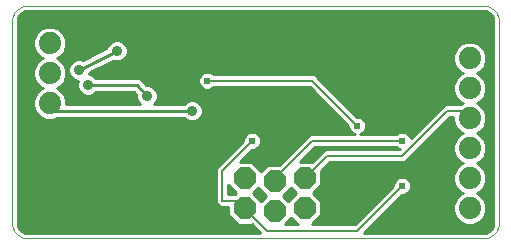
<source format=gbl>
G75*
G70*
%OFA0B0*%
%FSLAX24Y24*%
%IPPOS*%
%LPD*%
%AMOC8*
5,1,8,0,0,1.08239X$1,22.5*
%
%ADD10C,0.0000*%
%ADD11OC8,0.0740*%
%ADD12C,0.0740*%
%ADD13C,0.0356*%
%ADD14C,0.0100*%
%ADD15C,0.0060*%
%ADD16C,0.0360*%
%ADD17C,0.0240*%
D10*
X000800Y000550D02*
X016020Y000550D01*
X016064Y000552D01*
X016107Y000558D01*
X016149Y000567D01*
X016191Y000580D01*
X016231Y000597D01*
X016270Y000617D01*
X016307Y000640D01*
X016341Y000667D01*
X016374Y000696D01*
X016403Y000729D01*
X016430Y000763D01*
X016453Y000800D01*
X016473Y000839D01*
X016490Y000879D01*
X016503Y000921D01*
X016512Y000963D01*
X016518Y001006D01*
X016520Y001050D01*
X016520Y007796D01*
X016518Y007840D01*
X016512Y007883D01*
X016503Y007925D01*
X016490Y007967D01*
X016473Y008007D01*
X016453Y008046D01*
X016430Y008083D01*
X016403Y008117D01*
X016374Y008150D01*
X016341Y008179D01*
X016307Y008206D01*
X016270Y008229D01*
X016231Y008249D01*
X016191Y008266D01*
X016149Y008279D01*
X016107Y008288D01*
X016064Y008294D01*
X016020Y008296D01*
X000800Y008296D01*
X000756Y008294D01*
X000713Y008288D01*
X000671Y008279D01*
X000629Y008266D01*
X000589Y008249D01*
X000550Y008229D01*
X000513Y008206D01*
X000479Y008179D01*
X000446Y008150D01*
X000417Y008117D01*
X000390Y008083D01*
X000367Y008046D01*
X000347Y008007D01*
X000330Y007967D01*
X000317Y007925D01*
X000308Y007883D01*
X000302Y007840D01*
X000300Y007796D01*
X000300Y001050D01*
X000302Y001006D01*
X000308Y000963D01*
X000317Y000921D01*
X000330Y000879D01*
X000347Y000839D01*
X000367Y000800D01*
X000390Y000763D01*
X000417Y000729D01*
X000446Y000696D01*
X000479Y000667D01*
X000513Y000640D01*
X000550Y000617D01*
X000589Y000597D01*
X000629Y000580D01*
X000671Y000567D01*
X000713Y000558D01*
X000756Y000552D01*
X000800Y000550D01*
D11*
X008050Y001550D03*
X009050Y001450D03*
X010050Y001550D03*
X009050Y002450D03*
X008050Y002550D03*
X010050Y002550D03*
D12*
X015550Y002550D03*
X015550Y001550D03*
X015550Y003550D03*
X015550Y004550D03*
X015550Y005550D03*
X015550Y006550D03*
X001550Y006050D03*
X001550Y005050D03*
X001550Y007050D03*
D13*
X002825Y005650D03*
X004800Y005300D03*
D14*
X004450Y005650D01*
X003950Y005650D01*
X002825Y005650D01*
X002495Y005790D02*
X002467Y005721D01*
X002467Y005579D01*
X002521Y005447D01*
X002622Y005346D01*
X002754Y005292D01*
X002896Y005292D01*
X003028Y005346D01*
X003101Y005420D01*
X004355Y005420D01*
X004442Y005333D01*
X004442Y005229D01*
X004496Y005097D01*
X004564Y005030D01*
X002100Y005030D01*
X002100Y005159D01*
X002016Y005362D01*
X001862Y005516D01*
X001780Y005550D01*
X001862Y005584D01*
X002016Y005738D01*
X002100Y005941D01*
X002100Y006159D01*
X002016Y006362D01*
X001862Y006516D01*
X001780Y006550D01*
X001862Y006584D01*
X002016Y006738D01*
X002100Y006941D01*
X002100Y007159D01*
X002016Y007362D01*
X001862Y007516D01*
X001659Y007600D01*
X001441Y007600D01*
X001238Y007516D01*
X001084Y007362D01*
X001000Y007159D01*
X001000Y006941D01*
X001084Y006738D01*
X001238Y006584D01*
X001320Y006550D01*
X001238Y006516D01*
X001084Y006362D01*
X001000Y006159D01*
X001000Y005941D01*
X001084Y005738D01*
X001238Y005584D01*
X001320Y005550D01*
X001238Y005516D01*
X001084Y005362D01*
X001000Y005159D01*
X001000Y004941D01*
X001084Y004738D01*
X001238Y004584D01*
X001441Y004500D01*
X001659Y004500D01*
X001828Y004570D01*
X006021Y004570D01*
X006096Y004495D01*
X006228Y004440D01*
X006372Y004440D01*
X006504Y004495D01*
X006605Y004596D01*
X006660Y004728D01*
X006660Y004872D01*
X006605Y005004D01*
X006504Y005105D01*
X006372Y005160D01*
X006228Y005160D01*
X006096Y005105D01*
X006021Y005030D01*
X005036Y005030D01*
X005104Y005097D01*
X005158Y005229D01*
X005158Y005371D01*
X005104Y005503D01*
X005003Y005604D01*
X004871Y005658D01*
X004767Y005658D01*
X004545Y005880D01*
X003101Y005880D01*
X003028Y005954D01*
X002896Y006008D01*
X002856Y006008D01*
X002883Y006075D01*
X003658Y006469D01*
X003728Y006440D01*
X003872Y006440D01*
X004004Y006495D01*
X004105Y006596D01*
X004160Y006728D01*
X004160Y006872D01*
X004105Y007004D01*
X004004Y007105D01*
X003872Y007160D01*
X003728Y007160D01*
X003596Y007105D01*
X003495Y007004D01*
X003442Y006875D01*
X002667Y006481D01*
X002597Y006510D01*
X002453Y006510D01*
X002321Y006455D01*
X002220Y006354D01*
X002165Y006222D01*
X002165Y006078D01*
X002220Y005946D01*
X002321Y005845D01*
X002453Y005790D01*
X002495Y005790D01*
X002468Y005725D02*
X002003Y005725D01*
X001904Y005627D02*
X002467Y005627D01*
X002488Y005528D02*
X001833Y005528D01*
X001948Y005430D02*
X002539Y005430D01*
X002659Y005331D02*
X002029Y005331D01*
X002070Y005233D02*
X004442Y005233D01*
X004442Y005331D02*
X002991Y005331D01*
X002100Y005134D02*
X004481Y005134D01*
X004558Y005036D02*
X002100Y005036D01*
X001800Y004800D02*
X001550Y005050D01*
X001800Y004800D02*
X006300Y004800D01*
X006633Y004937D02*
X010866Y004937D01*
X010965Y004839D02*
X006660Y004839D01*
X006660Y004740D02*
X011063Y004740D01*
X011162Y004642D02*
X006624Y004642D01*
X006552Y004543D02*
X011260Y004543D01*
X011359Y004445D02*
X006382Y004445D01*
X006218Y004445D02*
X000480Y004445D01*
X000480Y004543D02*
X001337Y004543D01*
X001181Y004642D02*
X000480Y004642D01*
X000480Y004740D02*
X001083Y004740D01*
X001042Y004839D02*
X000480Y004839D01*
X000480Y004937D02*
X001001Y004937D01*
X001000Y005036D02*
X000480Y005036D01*
X000480Y005134D02*
X001000Y005134D01*
X001030Y005233D02*
X000480Y005233D01*
X000480Y005331D02*
X001071Y005331D01*
X001152Y005430D02*
X000480Y005430D01*
X000480Y005528D02*
X001267Y005528D01*
X001196Y005627D02*
X000480Y005627D01*
X000480Y005725D02*
X001097Y005725D01*
X001048Y005824D02*
X000480Y005824D01*
X000480Y005922D02*
X001008Y005922D01*
X001000Y006021D02*
X000480Y006021D01*
X000480Y006119D02*
X001000Y006119D01*
X001024Y006218D02*
X000480Y006218D01*
X000480Y006316D02*
X001065Y006316D01*
X001137Y006415D02*
X000480Y006415D01*
X000480Y006513D02*
X001235Y006513D01*
X001211Y006612D02*
X000480Y006612D01*
X000480Y006710D02*
X001112Y006710D01*
X001055Y006809D02*
X000480Y006809D01*
X000480Y006907D02*
X001014Y006907D01*
X001000Y007006D02*
X000480Y007006D01*
X000480Y007104D02*
X001000Y007104D01*
X001018Y007203D02*
X000480Y007203D01*
X000480Y007301D02*
X001059Y007301D01*
X001122Y007400D02*
X000480Y007400D01*
X000480Y007498D02*
X001220Y007498D01*
X001432Y007597D02*
X000480Y007597D01*
X000480Y007695D02*
X016340Y007695D01*
X016340Y007597D02*
X001668Y007597D01*
X001880Y007498D02*
X016340Y007498D01*
X016340Y007400D02*
X001978Y007400D01*
X002041Y007301D02*
X016340Y007301D01*
X016340Y007203D02*
X002082Y007203D01*
X002100Y007104D02*
X003595Y007104D01*
X003496Y007006D02*
X002100Y007006D01*
X002086Y006907D02*
X003455Y006907D01*
X003310Y006809D02*
X002045Y006809D01*
X001988Y006710D02*
X003117Y006710D01*
X002924Y006612D02*
X001889Y006612D01*
X001865Y006513D02*
X002731Y006513D01*
X002280Y006415D02*
X001963Y006415D01*
X002035Y006316D02*
X002204Y006316D01*
X002165Y006218D02*
X002076Y006218D01*
X002100Y006119D02*
X002165Y006119D01*
X002189Y006021D02*
X002100Y006021D01*
X002092Y005922D02*
X002244Y005922D01*
X002372Y005824D02*
X002051Y005824D01*
X002525Y006150D02*
X003800Y006800D01*
X004160Y006809D02*
X015062Y006809D01*
X015084Y006862D02*
X015000Y006659D01*
X015000Y006441D01*
X015084Y006238D01*
X015238Y006084D01*
X015320Y006050D01*
X015238Y006016D01*
X015084Y005862D01*
X015000Y005659D01*
X015000Y005441D01*
X015084Y005238D01*
X015238Y005084D01*
X015320Y005050D01*
X015238Y005016D01*
X015232Y005010D01*
X014713Y005010D01*
X014590Y004887D01*
X013589Y003886D01*
X013554Y003970D01*
X013470Y004054D01*
X013360Y004100D01*
X013240Y004100D01*
X013130Y004054D01*
X013086Y004010D01*
X011884Y004010D01*
X011970Y004046D01*
X012054Y004130D01*
X012100Y004240D01*
X012100Y004360D01*
X012054Y004470D01*
X011970Y004554D01*
X011860Y004600D01*
X011797Y004600D01*
X010510Y005887D01*
X010387Y006010D01*
X007014Y006010D01*
X006970Y006054D01*
X006860Y006100D01*
X006740Y006100D01*
X006630Y006054D01*
X006546Y005970D01*
X006500Y005860D01*
X006500Y005740D01*
X006546Y005630D01*
X006630Y005546D01*
X006740Y005500D01*
X006860Y005500D01*
X006970Y005546D01*
X007014Y005590D01*
X010213Y005590D01*
X011500Y004303D01*
X011500Y004240D01*
X011546Y004130D01*
X011630Y004046D01*
X011716Y004010D01*
X010213Y004010D01*
X009203Y003000D01*
X008822Y003000D01*
X008600Y002778D01*
X008278Y003100D01*
X007897Y003100D01*
X008297Y003500D01*
X008360Y003500D01*
X008470Y003546D01*
X008554Y003630D01*
X008600Y003740D01*
X008600Y003860D01*
X008554Y003970D01*
X008470Y004054D01*
X008360Y004100D01*
X008240Y004100D01*
X008130Y004054D01*
X008046Y003970D01*
X008000Y003860D01*
X008000Y003797D01*
X007090Y002887D01*
X007090Y001713D01*
X007213Y001590D01*
X007500Y001590D01*
X007500Y001322D01*
X007822Y001000D01*
X008278Y001000D01*
X008290Y001013D01*
X008573Y000730D01*
X000800Y000730D01*
X000738Y000736D01*
X000622Y000784D01*
X000534Y000872D01*
X000486Y000988D01*
X000480Y001050D01*
X000480Y007796D01*
X000486Y007858D01*
X000534Y007974D01*
X000622Y008062D01*
X000738Y008110D01*
X000800Y008116D01*
X016020Y008116D01*
X016083Y008110D01*
X016198Y008062D01*
X016286Y007974D01*
X016334Y007858D01*
X016340Y007796D01*
X016340Y001050D01*
X016334Y000988D01*
X016286Y000872D01*
X016198Y000784D01*
X016083Y000736D01*
X016020Y000730D01*
X012027Y000730D01*
X013297Y002000D01*
X013360Y002000D01*
X013470Y002046D01*
X013554Y002130D01*
X013600Y002240D01*
X013600Y002360D01*
X013554Y002470D01*
X013470Y002554D01*
X013360Y002600D01*
X013240Y002600D01*
X013130Y002554D01*
X013046Y002470D01*
X013000Y002360D01*
X013000Y002297D01*
X011713Y001010D01*
X010288Y001010D01*
X010600Y001322D01*
X010600Y001778D01*
X010328Y002050D01*
X010600Y002322D01*
X010600Y002778D01*
X010587Y002790D01*
X010887Y003090D01*
X013387Y003090D01*
X014887Y004590D01*
X015000Y004590D01*
X015000Y004441D01*
X015084Y004238D01*
X015238Y004084D01*
X015320Y004050D01*
X015238Y004016D01*
X015084Y003862D01*
X015000Y003659D01*
X015000Y003441D01*
X015084Y003238D01*
X015238Y003084D01*
X015320Y003050D01*
X015238Y003016D01*
X015084Y002862D01*
X015000Y002659D01*
X015000Y002441D01*
X015084Y002238D01*
X015238Y002084D01*
X015320Y002050D01*
X015238Y002016D01*
X015084Y001862D01*
X015000Y001659D01*
X015000Y001441D01*
X015084Y001238D01*
X015238Y001084D01*
X015441Y001000D01*
X015659Y001000D01*
X015862Y001084D01*
X016016Y001238D01*
X016100Y001441D01*
X016100Y001659D01*
X016016Y001862D01*
X015862Y002016D01*
X015780Y002050D01*
X015862Y002084D01*
X016016Y002238D01*
X016100Y002441D01*
X016100Y002659D01*
X016016Y002862D01*
X015862Y003016D01*
X015780Y003050D01*
X015862Y003084D01*
X016016Y003238D01*
X016100Y003441D01*
X016100Y003659D01*
X016016Y003862D01*
X015862Y004016D01*
X015780Y004050D01*
X015862Y004084D01*
X016016Y004238D01*
X016100Y004441D01*
X016100Y004659D01*
X016016Y004862D01*
X015862Y005016D01*
X015780Y005050D01*
X015862Y005084D01*
X016016Y005238D01*
X016100Y005441D01*
X016100Y005659D01*
X016016Y005862D01*
X015862Y006016D01*
X015780Y006050D01*
X015862Y006084D01*
X016016Y006238D01*
X016100Y006441D01*
X016100Y006659D01*
X016016Y006862D01*
X015862Y007016D01*
X015659Y007100D01*
X015441Y007100D01*
X015238Y007016D01*
X015084Y006862D01*
X015129Y006907D02*
X004145Y006907D01*
X004104Y007006D02*
X015228Y007006D01*
X015872Y007006D02*
X016340Y007006D01*
X016340Y007104D02*
X004005Y007104D01*
X004152Y006710D02*
X015021Y006710D01*
X015000Y006612D02*
X004112Y006612D01*
X004022Y006513D02*
X015000Y006513D01*
X015011Y006415D02*
X003550Y006415D01*
X003357Y006316D02*
X015052Y006316D01*
X015105Y006218D02*
X003164Y006218D01*
X002971Y006119D02*
X015203Y006119D01*
X015249Y006021D02*
X007004Y006021D01*
X006596Y006021D02*
X002861Y006021D01*
X003059Y005922D02*
X006526Y005922D01*
X006500Y005824D02*
X004602Y005824D01*
X004700Y005725D02*
X006506Y005725D01*
X006549Y005627D02*
X004948Y005627D01*
X005078Y005528D02*
X006673Y005528D01*
X006927Y005528D02*
X010275Y005528D01*
X010374Y005430D02*
X005134Y005430D01*
X005158Y005331D02*
X010472Y005331D01*
X010571Y005233D02*
X005158Y005233D01*
X005119Y005134D02*
X006166Y005134D01*
X006026Y005036D02*
X005042Y005036D01*
X006048Y004543D02*
X001763Y004543D01*
X000480Y004346D02*
X011457Y004346D01*
X011500Y004248D02*
X000480Y004248D01*
X000480Y004149D02*
X011538Y004149D01*
X011625Y004051D02*
X008474Y004051D01*
X008562Y003952D02*
X010155Y003952D01*
X010057Y003854D02*
X008600Y003854D01*
X008600Y003755D02*
X009958Y003755D01*
X009860Y003657D02*
X008565Y003657D01*
X008482Y003558D02*
X009761Y003558D01*
X009663Y003460D02*
X008256Y003460D01*
X008158Y003361D02*
X009564Y003361D01*
X009466Y003263D02*
X008059Y003263D01*
X007961Y003164D02*
X009367Y003164D01*
X009269Y003066D02*
X008312Y003066D01*
X008411Y002967D02*
X008789Y002967D01*
X008691Y002869D02*
X008509Y002869D01*
X008600Y002778D02*
X008600Y002778D01*
X007772Y002050D02*
X007510Y002312D01*
X007510Y002010D01*
X007732Y002010D01*
X007772Y002050D01*
X007742Y002081D02*
X007510Y002081D01*
X007510Y002179D02*
X007643Y002179D01*
X007545Y002278D02*
X007510Y002278D01*
X007090Y002278D02*
X000480Y002278D01*
X000480Y002376D02*
X007090Y002376D01*
X007090Y002475D02*
X000480Y002475D01*
X000480Y002573D02*
X007090Y002573D01*
X007090Y002672D02*
X000480Y002672D01*
X000480Y002770D02*
X007090Y002770D01*
X007090Y002869D02*
X000480Y002869D01*
X000480Y002967D02*
X007170Y002967D01*
X007269Y003066D02*
X000480Y003066D01*
X000480Y003164D02*
X007367Y003164D01*
X007466Y003263D02*
X000480Y003263D01*
X000480Y003361D02*
X007564Y003361D01*
X007663Y003460D02*
X000480Y003460D01*
X000480Y003558D02*
X007761Y003558D01*
X007860Y003657D02*
X000480Y003657D01*
X000480Y003755D02*
X007958Y003755D01*
X008000Y003854D02*
X000480Y003854D01*
X000480Y003952D02*
X008038Y003952D01*
X008126Y004051D02*
X000480Y004051D01*
X000480Y002179D02*
X007090Y002179D01*
X007090Y002081D02*
X000480Y002081D01*
X000480Y001982D02*
X007090Y001982D01*
X007090Y001884D02*
X000480Y001884D01*
X000480Y001785D02*
X007090Y001785D01*
X007117Y001687D02*
X000480Y001687D01*
X000480Y001588D02*
X007500Y001588D01*
X007500Y001490D02*
X000480Y001490D01*
X000480Y001391D02*
X007500Y001391D01*
X007530Y001293D02*
X000480Y001293D01*
X000480Y001194D02*
X007628Y001194D01*
X007727Y001096D02*
X000480Y001096D01*
X000485Y000997D02*
X008306Y000997D01*
X008405Y000899D02*
X000523Y000899D01*
X000606Y000800D02*
X008503Y000800D01*
X009388Y001010D02*
X009600Y001222D01*
X009600Y001222D01*
X009812Y001010D01*
X009388Y001010D01*
X009473Y001096D02*
X009727Y001096D01*
X009628Y001194D02*
X009572Y001194D01*
X010373Y001096D02*
X011799Y001096D01*
X011897Y001194D02*
X010472Y001194D01*
X010570Y001293D02*
X011996Y001293D01*
X012094Y001391D02*
X010600Y001391D01*
X010600Y001490D02*
X012193Y001490D01*
X012291Y001588D02*
X010600Y001588D01*
X010600Y001687D02*
X012390Y001687D01*
X012488Y001785D02*
X010593Y001785D01*
X010494Y001884D02*
X012587Y001884D01*
X012685Y001982D02*
X010396Y001982D01*
X010358Y002081D02*
X012784Y002081D01*
X012882Y002179D02*
X010457Y002179D01*
X010555Y002278D02*
X012981Y002278D01*
X013007Y002376D02*
X010600Y002376D01*
X010600Y002475D02*
X013050Y002475D01*
X013175Y002573D02*
X010600Y002573D01*
X010600Y002672D02*
X015005Y002672D01*
X015000Y002573D02*
X013425Y002573D01*
X013550Y002475D02*
X015000Y002475D01*
X015027Y002376D02*
X013593Y002376D01*
X013600Y002278D02*
X015068Y002278D01*
X015143Y002179D02*
X013575Y002179D01*
X013505Y002081D02*
X015246Y002081D01*
X015204Y001982D02*
X013279Y001982D01*
X013180Y001884D02*
X015106Y001884D01*
X015052Y001785D02*
X013082Y001785D01*
X012983Y001687D02*
X015011Y001687D01*
X015000Y001588D02*
X012885Y001588D01*
X012786Y001490D02*
X015000Y001490D01*
X015021Y001391D02*
X012688Y001391D01*
X012589Y001293D02*
X015061Y001293D01*
X015128Y001194D02*
X012491Y001194D01*
X012392Y001096D02*
X015227Y001096D01*
X015873Y001096D02*
X016340Y001096D01*
X016340Y001194D02*
X015972Y001194D01*
X016039Y001293D02*
X016340Y001293D01*
X016340Y001391D02*
X016079Y001391D01*
X016100Y001490D02*
X016340Y001490D01*
X016340Y001588D02*
X016100Y001588D01*
X016089Y001687D02*
X016340Y001687D01*
X016340Y001785D02*
X016048Y001785D01*
X015994Y001884D02*
X016340Y001884D01*
X016340Y001982D02*
X015896Y001982D01*
X015854Y002081D02*
X016340Y002081D01*
X016340Y002179D02*
X015957Y002179D01*
X016032Y002278D02*
X016340Y002278D01*
X016340Y002376D02*
X016073Y002376D01*
X016100Y002475D02*
X016340Y002475D01*
X016340Y002573D02*
X016100Y002573D01*
X016095Y002672D02*
X016340Y002672D01*
X016340Y002770D02*
X016054Y002770D01*
X016009Y002869D02*
X016340Y002869D01*
X016340Y002967D02*
X015911Y002967D01*
X015818Y003066D02*
X016340Y003066D01*
X016340Y003164D02*
X015942Y003164D01*
X016026Y003263D02*
X016340Y003263D01*
X016340Y003361D02*
X016067Y003361D01*
X016100Y003460D02*
X016340Y003460D01*
X016340Y003558D02*
X016100Y003558D01*
X016100Y003657D02*
X016340Y003657D01*
X016340Y003755D02*
X016060Y003755D01*
X016020Y003854D02*
X016340Y003854D01*
X016340Y003952D02*
X015926Y003952D01*
X015781Y004051D02*
X016340Y004051D01*
X016340Y004149D02*
X015927Y004149D01*
X016020Y004248D02*
X016340Y004248D01*
X016340Y004346D02*
X016061Y004346D01*
X016100Y004445D02*
X016340Y004445D01*
X016340Y004543D02*
X016100Y004543D01*
X016100Y004642D02*
X016340Y004642D01*
X016340Y004740D02*
X016067Y004740D01*
X016026Y004839D02*
X016340Y004839D01*
X016340Y004937D02*
X015941Y004937D01*
X015815Y005036D02*
X016340Y005036D01*
X016340Y005134D02*
X015912Y005134D01*
X016010Y005233D02*
X016340Y005233D01*
X016340Y005331D02*
X016055Y005331D01*
X016095Y005430D02*
X016340Y005430D01*
X016340Y005528D02*
X016100Y005528D01*
X016100Y005627D02*
X016340Y005627D01*
X016340Y005725D02*
X016073Y005725D01*
X016032Y005824D02*
X016340Y005824D01*
X016340Y005922D02*
X015956Y005922D01*
X015851Y006021D02*
X016340Y006021D01*
X016340Y006119D02*
X015897Y006119D01*
X015995Y006218D02*
X016340Y006218D01*
X016340Y006316D02*
X016048Y006316D01*
X016089Y006415D02*
X016340Y006415D01*
X016340Y006513D02*
X016100Y006513D01*
X016100Y006612D02*
X016340Y006612D01*
X016340Y006710D02*
X016079Y006710D01*
X016038Y006809D02*
X016340Y006809D01*
X016340Y006907D02*
X015971Y006907D01*
X016340Y007794D02*
X000480Y007794D01*
X000500Y007892D02*
X016320Y007892D01*
X016269Y007991D02*
X000551Y007991D01*
X000687Y008089D02*
X016133Y008089D01*
X015144Y005922D02*
X010475Y005922D01*
X010573Y005824D02*
X015068Y005824D01*
X015027Y005725D02*
X010672Y005725D01*
X010770Y005627D02*
X015000Y005627D01*
X015000Y005528D02*
X010869Y005528D01*
X010967Y005430D02*
X015005Y005430D01*
X015045Y005331D02*
X011066Y005331D01*
X011164Y005233D02*
X015090Y005233D01*
X015188Y005134D02*
X011263Y005134D01*
X011361Y005036D02*
X015285Y005036D01*
X014640Y004937D02*
X011460Y004937D01*
X011558Y004839D02*
X014542Y004839D01*
X014443Y004740D02*
X011657Y004740D01*
X011755Y004642D02*
X014345Y004642D01*
X014246Y004543D02*
X011981Y004543D01*
X012065Y004445D02*
X014148Y004445D01*
X014049Y004346D02*
X012100Y004346D01*
X012100Y004248D02*
X013951Y004248D01*
X013852Y004149D02*
X012062Y004149D01*
X011975Y004051D02*
X013126Y004051D01*
X013474Y004051D02*
X013754Y004051D01*
X013655Y003952D02*
X013562Y003952D01*
X014052Y003755D02*
X015040Y003755D01*
X015000Y003657D02*
X013953Y003657D01*
X013855Y003558D02*
X015000Y003558D01*
X015000Y003460D02*
X013756Y003460D01*
X013658Y003361D02*
X015033Y003361D01*
X015074Y003263D02*
X013559Y003263D01*
X013461Y003164D02*
X015158Y003164D01*
X015282Y003066D02*
X010862Y003066D01*
X010764Y002967D02*
X015189Y002967D01*
X015091Y002869D02*
X010665Y002869D01*
X010600Y002770D02*
X015046Y002770D01*
X013214Y003511D02*
X013213Y003510D01*
X010713Y003510D01*
X010590Y003387D01*
X010290Y003087D01*
X010278Y003100D01*
X009897Y003100D01*
X010387Y003590D01*
X013086Y003590D01*
X013130Y003546D01*
X013214Y003511D01*
X013118Y003558D02*
X010355Y003558D01*
X010256Y003460D02*
X010663Y003460D01*
X010564Y003361D02*
X010158Y003361D01*
X010059Y003263D02*
X010466Y003263D01*
X010367Y003164D02*
X009961Y003164D01*
X009600Y002222D02*
X009772Y002050D01*
X009500Y001778D01*
X009500Y001778D01*
X009328Y001950D01*
X009600Y002222D01*
X009600Y002222D01*
X009557Y002179D02*
X009643Y002179D01*
X009742Y002081D02*
X009458Y002081D01*
X009360Y001982D02*
X009704Y001982D01*
X009606Y001884D02*
X009394Y001884D01*
X009493Y001785D02*
X009507Y001785D01*
X008772Y001950D02*
X008600Y001778D01*
X008600Y001778D01*
X008328Y002050D01*
X008500Y002222D01*
X008772Y001950D01*
X008740Y001982D02*
X008396Y001982D01*
X008358Y002081D02*
X008642Y002081D01*
X008543Y002179D02*
X008457Y002179D01*
X008500Y002222D02*
X008500Y002222D01*
X008494Y001884D02*
X008706Y001884D01*
X008607Y001785D02*
X008593Y001785D01*
X012097Y000800D02*
X016214Y000800D01*
X016297Y000899D02*
X012195Y000899D01*
X012294Y000997D02*
X016335Y000997D01*
X015080Y003854D02*
X014150Y003854D01*
X014249Y003952D02*
X015174Y003952D01*
X015319Y004051D02*
X014347Y004051D01*
X014446Y004149D02*
X015173Y004149D01*
X015080Y004248D02*
X014544Y004248D01*
X014643Y004346D02*
X015039Y004346D01*
X015000Y004445D02*
X014741Y004445D01*
X014840Y004543D02*
X015000Y004543D01*
X010768Y005036D02*
X006574Y005036D01*
X006434Y005134D02*
X010669Y005134D01*
D15*
X010300Y005800D02*
X006800Y005800D01*
X010300Y005800D02*
X011800Y004300D01*
X010300Y003800D02*
X008800Y002300D01*
X009050Y002450D01*
X010050Y002550D02*
X010300Y002800D01*
X010800Y003300D01*
X013300Y003300D01*
X014800Y004800D01*
X015300Y004800D01*
X015550Y004550D01*
X013300Y003800D02*
X010300Y003800D01*
X008300Y003800D02*
X007300Y002800D01*
X007300Y001800D01*
X007800Y001800D01*
X008050Y001550D01*
X008300Y001300D01*
X008800Y000800D01*
X011800Y000800D01*
X013300Y002300D01*
D16*
X006300Y004800D03*
X002525Y006150D03*
X003800Y006800D03*
D17*
X006800Y005800D03*
X008300Y003800D03*
X011800Y004300D03*
X013300Y003800D03*
X013300Y002300D03*
M02*

</source>
